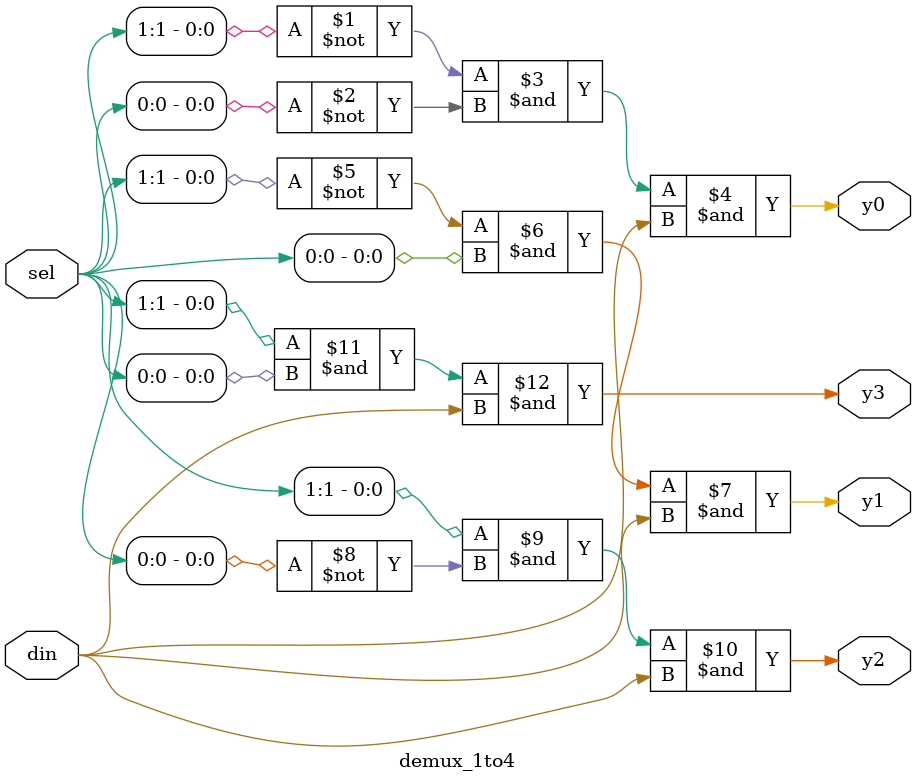
<source format=v>
module demux_1to4(
    input wire din,
    input wire [1:0] sel,
    output wire y0,
    output wire y1,
    output wire y2,
    output wire y3
);

assign y0 = (~sel[1] & ~sel[0]) & din;
assign y1 = (~sel[1] &  sel[0]) & din;
assign y2 = ( sel[1] & ~sel[0]) & din;
assign y3 = ( sel[1] &  sel[0]) & din;

endmodule


</source>
